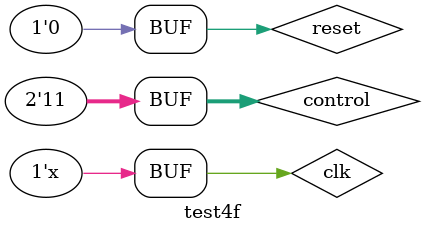
<source format=v>
`timescale 1ns / 1ps


module test4f;

	// Inputs
	reg [1:0] control;
	reg clk;
	reg reset;

	// Outputs
	wire q;

	// Instantiate the Unit Under Test (UUT)
	divide4f uut (
		.control(control), 
		.clk(clk), 
		.reset(reset), 
		.q(q)
	);

	always
	begin
		clk=~clk;
		#10;
	end
	initial begin
		// Initialize Inputs
		clk = 0;
		reset = 0;
		#10;
		reset = 1;
		#10;
		reset = 0;

		// Wait 100 ns for global reset to finish
		#10;
		control = 0;
		#10000;
		control = 1;
		#10000;
		control = 2;
		#10000;
		control = 3;
		#10000;
        
		// Add stimulus here

	end
      
endmodule


</source>
